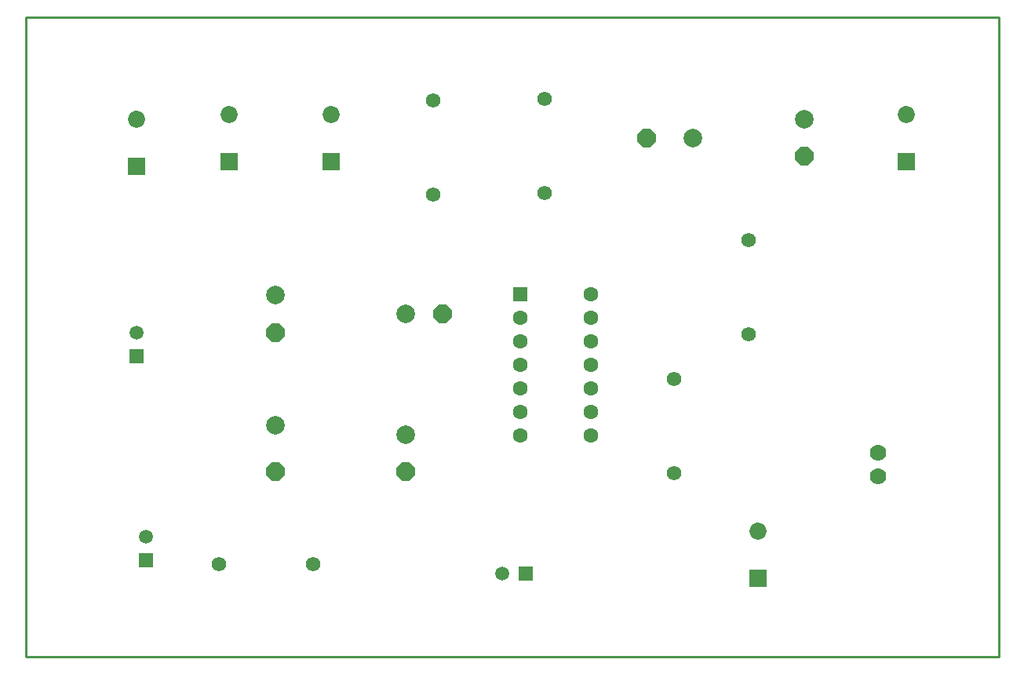
<source format=gtl>
G04 Layer_Physical_Order=1*
G04 Layer_Color=255*
%FSLAX44Y44*%
%MOMM*%
G71*
G01*
G75*
%ADD10C,2.0000*%
%ADD11P,2.1648X8X22.5*%
%ADD12C,1.5748*%
%ADD13C,1.6000*%
%ADD14C,1.6000*%
%ADD15R,1.6000X1.6000*%
%ADD16P,2.1648X8X112.5*%
%ADD17C,1.5000*%
%ADD18R,1.5000X1.5000*%
%ADD19C,1.8500*%
%ADD20R,1.8500X1.8500*%
%ADD21R,1.5000X1.5000*%
%ADD22C,1.7780*%
%ADD23C,0.2540*%
D10*
X720000Y460000D02*
D03*
X270000Y290000D02*
D03*
Y150000D02*
D03*
X410000Y270000D02*
D03*
X840000Y480000D02*
D03*
X410001Y140000D02*
D03*
D11*
X670000Y460000D02*
D03*
X450000Y270000D02*
D03*
D12*
X560000Y400000D02*
D03*
Y501600D02*
D03*
X310000Y-0D02*
D03*
X208400D02*
D03*
X700000Y98400D02*
D03*
Y200000D02*
D03*
X440000Y398400D02*
D03*
Y500000D02*
D03*
X780000Y350000D02*
D03*
Y248400D02*
D03*
D13*
X610000Y139200D02*
D03*
Y164600D02*
D03*
Y190000D02*
D03*
Y215400D02*
D03*
Y240800D02*
D03*
Y266200D02*
D03*
Y291600D02*
D03*
D14*
X533800Y139200D02*
D03*
Y164600D02*
D03*
Y190000D02*
D03*
Y215400D02*
D03*
Y240800D02*
D03*
Y266200D02*
D03*
D15*
Y291600D02*
D03*
D16*
X270000Y250000D02*
D03*
Y100000D02*
D03*
X840000Y440000D02*
D03*
X410001Y100000D02*
D03*
D17*
X514600Y-10000D02*
D03*
X130000Y30000D02*
D03*
X120000Y250000D02*
D03*
D18*
X540000Y-10000D02*
D03*
D19*
X790000Y35400D02*
D03*
X120000Y480000D02*
D03*
X220000Y485400D02*
D03*
X330000D02*
D03*
X950000Y485400D02*
D03*
D20*
X790000Y-15400D02*
D03*
X120000Y429200D02*
D03*
X220000Y434600D02*
D03*
X330000D02*
D03*
X950000Y434600D02*
D03*
D21*
X130000Y4600D02*
D03*
X120000Y224600D02*
D03*
D22*
X920000Y94600D02*
D03*
Y120000D02*
D03*
D23*
X1050000Y-100000D02*
Y590000D01*
X0D02*
X1050000D01*
X0Y-100000D02*
X1050000D01*
X0D02*
Y590000D01*
M02*

</source>
